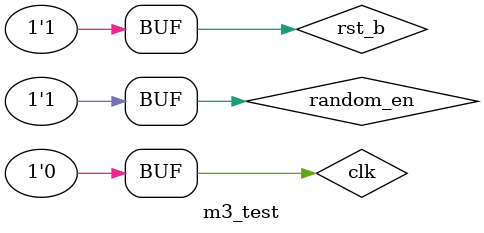
<source format=v>
`timescale 1ns / 1ps


module m3_test;

	// Inputs
	reg clk;
	reg rst_b;
	reg random_en;

	// Outputs
	wire random_data;

	// Instantiate the Unit Under Test (UUT)
	random_gen uut (
		.clk(clk), 
		.rst_b(rst_b), 
		.random_en(random_en), 
		.random_data(random_data)
	);

	initial begin
		// Initialize Inputs
		clk = 0;
		rst_b = 0;
		random_en = 0;

		// Wait 100 ns for global reset to finish
		#100;
		rst_b = 1;
		random_en = 1;
        
		// Add stimulus here

	end
	always begin
		clk = 1;#20;
		clk = 0;#20;
	end
      
endmodule


</source>
